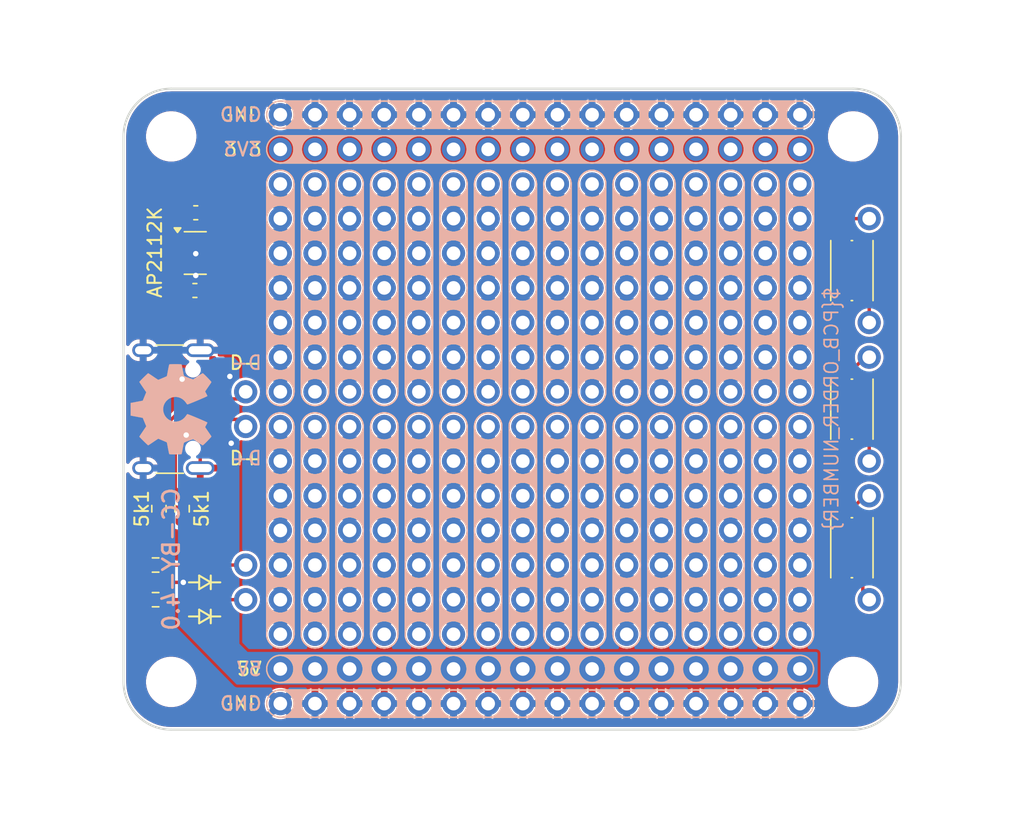
<source format=kicad_pcb>
(kicad_pcb (version 20240108) (generator "pcbnew") (generator_version "8.0")
  (layers (0 "F.Cu" signal) (31 "B.Cu" signal) (34 "B.Paste" user) (35 "F.Paste" user) (36 "B.SilkS" user "B.Silkscreen") (37 "F.SilkS" user "F.Silkscreen") (38 "B.Mask" user) (39 "F.Mask" user) (44 "Edge.Cuts" user))
  (net 0 "")
  (net 1 "GND")
  (net 2 "VCC")
  (net 3 "D+")
  (net 5 "D-")
  (net 6 "Net-(J1-CC2)")
  (net 7 "Net-(J1-CC1)")
  (net 9 "Net-(J6-Pin_1)")
  (net 10 "Net-(J7-Pin_1)")
  (net 11 "3V3")
  (net 12 "Net-(J8-Pin_1)")
  (net 13 "Net-(J9-Pin_1)")
  (net 14 "Net-(J10-Pin_1)")
  (net 15 "Net-(J11-Pin_1)")
  (net 16 "Net-(J12-Pin_1)")
  (net 17 "Net-(J13-Pin_1)")
  (net 18 "Net-(J14-Pin_1)")
  (net 19 "Net-(J15-Pin_1)")
  (net 20 "Net-(J16-Pin_1)")
  (net 21 "Net-(J17-Pin_1)")
  (net 22 "Net-(J18-Pin_1)")
  (net 23 "Net-(J19-Pin_1)")
  (net 24 "Net-(J20-Pin_1)")
  (net 25 "Net-(J21-Pin_1)")
  (net 26 "Net-(J22-Pin_1)")
  (net 27 "Net-(J23-Pin_1)")
  (net 28 "Net-(J24-Pin_1)")
  (net 29 "Net-(J25-Pin_1)")
  (net 30 "Net-(J26-Pin_1)")
  (net 31 "Net-(J27-Pin_1)")
  (net 32 "Net-(J28-Pin_1)")
  (net 33 "Net-(J29-Pin_1)")
  (net 34 "Net-(J30-Pin_1)")
  (net 35 "Net-(J31-Pin_1)")
  (net 36 "Net-(J32-Pin_1)")
  (net 37 "Net-(J33-Pin_1)")
  (net 38 "Net-(J34-Pin_1)")
  (net 39 "Net-(J35-Pin_1)")
  (net 40 "Net-(J36-Pin_1)")
  (net 41 "Net-(J37-Pin_1)")
  (net 43 "Net-(D1-K)")
  (net 44 "Net-(D1-A)")
  (net 45 "Net-(D2-A)")
  (net 46 "sw1_b")
  (net 47 "sw1_a")
  (net 48 "sw2_a")
  (net 49 "sw2_b")
  (net 50 "sw3_a")
  (net 51 "sw3_b")
  (net 52 "Net-(D2-K)")
  (footprint "MountingHole:MountingHole_3.2mm_M3_DIN965" (layer "F.Cu") (at -8 20)
    (property "Reference" "REF**" (hide yes))
    (property "Value" "MountingHole_3.2mm_M3_DIN965")
  )
  (footprint "MountingHole:MountingHole_3.2mm_M3_DIN965" (layer "F.Cu") (at -8 -20)
    (property "Reference" "REF**" (hide yes))
    (property "Value" "MountingHole_3.2mm_M3_DIN965")
  )
  (footprint "Library:PinHeader_1x07_P2.54mm_Vertical" (layer "F.Cu") (at 7.62 -16.51)
    (property "Reference" "J9" (hide yes))
    (property "Value" "Conn_01x07_Pin" (hide yes))
  )
  (footprint "MountingHole:MountingHole_3.2mm_M3_DIN965" (layer "F.Cu") (at 42 20)
    (property "Reference" "REF**" (hide yes))
    (property "Value" "MountingHole_3.2mm_M3_DIN965")
  )
  (footprint "Library:USB_C_Receptacle_HRO_TYPE-C-31-M-12" (layer "F.Cu") (at -9.005 0 -90)
    (property "Reference" "J1" (hide yes))
    (property "Value" "USB_C_Receptacle_USB2.0")
  )
  (footprint "Library:PinHeader_1x07_P2.54mm_Vertical" (layer "F.Cu") (at 33.02 -16.51)
    (property "Reference" "J19" (hide yes))
    (property "Value" "Conn_01x07_Pin" (hide yes))
  )
  (footprint "Library:PinHeader_1x07_P2.54mm_Vertical" (layer "F.Cu") (at 7.62 1.27)
    (property "Reference" "J25" (hide yes))
    (property "Value" "Conn_01x07_Pin" (hide yes))
  )
  (footprint "Library:PinHeader_1x07_P2.54mm_Vertical" (layer "F.Cu") (at 22.86 -16.51)
    (property "Reference" "J15" (hide yes))
    (property "Value" "Conn_01x07_Pin" (hide yes))
  )
  (footprint "Library:PinHeader_1x16_P2.54mm_Vertical" (layer "F.Cu") (at 0 -21.59 90)
    (property "Reference" "J4" (hide yes))
    (property "Value" "Conn_01x16_Pin")
  )
  (footprint "Library:PinHeader_1x07_P2.54mm_Vertical" (layer "F.Cu") (at 12.7 -16.51)
    (property "Reference" "J11" (hide yes))
    (property "Value" "Conn_01x07_Pin" (hide yes))
  )
  (footprint "Library:PinSocket_1x01_P2.54mm_Vertical" (layer "F.Cu") (at -2.54 11.43)
    (property "Reference" "J46" (hide yes))
    (property "Value" "Conn_01x01_Pin")
  )
  (footprint "Library:LED_0603_1608Metric_Pad1.05x0.95mm_HandSolder" (layer "F.Cu") (at -5.588 13.97 180)
    (property "Reference" "D1" (hide yes))
    (property "Value" "LED")
  )
  (footprint "Library:PinHeader_1x07_P2.54mm_Vertical" (layer "F.Cu") (at 35.56 1.27)
    (property "Reference" "J36" (hide yes))
    (property "Value" "Conn_01x07_Pin" (hide yes))
  )
  (footprint "Capacitor_SMD:C_0603_1608Metric" (layer "F.Cu") (at -6.2 -14.4 180)
    (property "Reference" "C2" (hide yes))
    (property "Value" "1uF")
  )
  (footprint "Library:PinHeader_1x07_P2.54mm_Vertical" (layer "F.Cu") (at 12.7 1.27)
    (property "Reference" "J27" (hide yes))
    (property "Value" "Conn_01x07_Pin" (hide yes))
  )
  (footprint "Library:PinHeader_1x16_P2.54mm_Vertical" (layer "F.Cu") (at 0 -19.05 90)
    (property "Reference" "J5" (hide yes))
    (property "Value" "Conn_01x16_Pin")
  )
  (footprint "Library:PinSocket_1x01_P2.54mm_Vertical" (layer "F.Cu") (at 43.18 13.97)
    (property "Reference" "J45" (hide yes))
    (property "Value" "Conn_01x01_Pin")
  )
  (footprint "Capacitor_SMD:C_0603_1608Metric" (layer "F.Cu") (at -6.2625 -8.7)
    (property "Reference" "C1" (hide yes))
    (property "Value" "1uF")
  )
  (footprint "Library:PinHeader_1x07_P2.54mm_Vertical" (layer "F.Cu") (at 2.54 1.27)
    (property "Reference" "J23" (hide yes))
    (property "Value" "Conn_01x07_Pin" (hide yes))
  )
  (footprint "Library:PinHeader_1x07_P2.54mm_Vertical" (layer "F.Cu") (at 35.56 -16.51)
    (property "Reference" "J20" (hide yes))
    (property "Value" "Conn_01x07_Pin" (hide yes))
  )
  (footprint "Library:PinHeader_1x07_P2.54mm_Vertical" (layer "F.Cu") (at 38.1 1.27)
    (property "Reference" "J37" (hide yes))
    (property "Value" "Conn_01x07_Pin" (hide yes))
  )
  (footprint "Library:PinHeader_1x07_P2.54mm_Vertical" (layer "F.Cu") (at 0 1.27)
    (property "Reference" "J22" (hide yes))
    (property "Value" "Conn_01x07_Pin" (hide yes))
  )
  (footprint "Library:PinSocket_1x01_P2.54mm_Vertical" (layer "F.Cu") (at 43.18 -3.81)
    (property "Reference" "J42" (hide yes))
    (property "Value" "Conn_01x01_Pin")
  )
  (footprint "Library:PinHeader_1x07_P2.54mm_Vertical" (layer "F.Cu") (at 5.08 1.27)
    (property "Reference" "J24" (hide yes))
    (property "Value" "Conn_01x07_Pin" (hide yes))
  )
  (footprint "Button_Switch_SMD:SW_Push_1P1T_NO_CK_KMR2" (layer "F.Cu") (at 41.91 0 90)
    (property "Reference" "SW2" (hide yes))
    (property "Value" "SW_SPST")
  )
  (footprint "Library:PinHeader_1x16_P2.54mm_Vertical" (layer "F.Cu") (at 0 21.59 90)
    (property "Reference" "J2" (hide yes))
    (property "Value" "Conn_01x16_Pin")
  )
  (footprint "Library:PinHeader_1x07_P2.54mm_Vertical" (layer "F.Cu") (at 20.32 -16.51)
    (property "Reference" "J14" (hide yes))
    (property "Value" "Conn_01x07_Pin" (hide yes))
  )
  (footprint "Library:PinHeader_1x07_P2.54mm_Vertical" (layer "F.Cu") (at 10.16 1.27)
    (property "Reference" "J26" (hide yes))
    (property "Value" "Conn_01x07_Pin" (hide yes))
  )
  (footprint "Library:PinHeader_1x07_P2.54mm_Vertical" (layer "F.Cu") (at 25.4 -16.51)
    (property "Reference" "J16" (hide yes))
    (property "Value" "Conn_01x07_Pin" (hide yes))
  )
  (footprint "Package_TO_SOT_SMD:SOT-23-5" (layer "F.Cu") (at -6.2375 -11.45)
    (property "Reference" "U2" (hide yes))
    (property "Value" "AP2112K-3.3")
  )
  (footprint "Library:PinHeader_1x07_P2.54mm_Vertical" (layer "F.Cu") (at 30.48 1.27)
    (property "Reference" "J34" (hide yes))
    (property "Value" "Conn_01x07_Pin" (hide yes))
  )
  (footprint "Library:PinSocket_1x01_P2.54mm_Vertical" (layer "F.Cu") (at 43.18 -6.35)
    (property "Reference" "J40" (hide yes))
    (property "Value" "Conn_01x01_Pin")
  )
  (footprint "Library:PinHeader_1x07_P2.54mm_Vertical" (layer "F.Cu") (at 17.78 1.27)
    (property "Reference" "J29" (hide yes))
    (property "Value" "Conn_01x07_Pin" (hide yes))
  )
  (footprint "Library:PinHeader_1x07_P2.54mm_Vertical" (layer "F.Cu") (at 10.16 -16.51)
    (property "Reference" "J10" (hide yes))
    (property "Value" "Conn_01x07_Pin" (hide yes))
  )
  (footprint "Library:PinSocket_1x01_P2.54mm_Vertical" (layer "F.Cu") (at 43.18 3.81)
    (property "Reference" "J43" (hide yes))
    (property "Value" "Conn_01x01_Pin")
  )
  (footprint "Library:PinHeader_1x07_P2.54mm_Vertical" (layer "F.Cu") (at 15.24 -16.51)
    (property "Reference" "J12" (hide yes))
    (property "Value" "Conn_01x07_Pin" (hide yes))
  )
  (footprint "Library:PinSocket_1x01_P2.54mm_Vertical" (layer "F.Cu") (at 43.18 -13.97)
    (property "Reference" "J41" (hide yes))
    (property "Value" "Conn_01x01_Pin")
  )
  (footprint "Library:PinHeader_1x07_P2.54mm_Vertical" (layer "F.Cu") (at 38.1 -16.51)
    (property "Reference" "J21" (hide yes))
    (property "Value" "Conn_01x07_Pin" (hide yes))
  )
  (footprint "Library:PinHeader_1x02_P2.54mm_Vertical" (layer "F.Cu") (at -2.54 1.27 180)
    (property "Reference" "J38" (hide yes))
    (property "Value" "Conn_01x02_Pin" (hide yes))
  )
  (footprint "Library:PinHeader_1x07_P2.54mm_Vertical" (layer "F.Cu") (at 27.94 1.27)
    (property "Reference" "J33" (hide yes))
    (property "Value" "Conn_01x07_Pin" (hide yes))
  )
  (footprint "Library:PinHeader_1x07_P2.54mm_Vertical" (layer "F.Cu") (at 15.24 1.27)
    (property "Reference" "J28" (hide yes))
    (property "Value" "Conn_01x07_Pin" (hide yes))
  )
  (footprint "Library:PinHeader_1x07_P2.54mm_Vertical" (layer "F.Cu") (at 5.08 -16.51)
    (property "Reference" "J8" (hide yes))
    (property "Value" "Conn_01x07_Pin" (hide yes))
  )
  (footprint "Library:PinHeader_1x07_P2.54mm_Vertical" (layer "F.Cu") (at 0 -16.51)
    (property "Reference" "J6" (hide yes))
    (property "Value" "Conn_01x07_Pin" (hide yes))
  )
  (footprint "Library:PinHeader_1x07_P2.54mm_Vertical" (layer "F.Cu") (at 20.32 1.27)
    (property "Reference" "J30" (hide yes))
    (property "Value" "Conn_01x07_Pin" (hide yes))
  )
  (footprint "Library:PinHeader_1x07_P2.54mm_Vertical" (layer "F.Cu") (at 25.4 1.27)
    (property "Reference" "J32" (hide yes))
    (property "Value" "Conn_01x07_Pin" (hide yes))
  )
  (footprint "Library:PinHeader_1x07_P2.54mm_Vertical" (layer "F.Cu") (at 2.54 -16.51)
    (property "Reference" "J7" (hide yes))
    (property "Value" "Conn_01x07_Pin" (hide yes))
  )
  (footprint "Library:PinHeader_1x07_P2.54mm_Vertical" (layer "F.Cu") (at 30.48 -16.51)
    (property "Reference" "J18" (hide yes))
    (property "Value" "Conn_01x07_Pin" (hide yes))
  )
  (footprint "Library:PinHeader_1x07_P2.54mm_Vertical" (layer "F.Cu") (at 22.86 1.27)
    (property "Reference" "J31" (hide yes))
    (property "Value" "Conn_01x07_Pin" (hide yes))
  )
  (footprint "Library:PinHeader_1x07_P2.54mm_Vertical" (layer "F.Cu") (at 17.78 -16.51)
    (property "Reference" "J13" (hide yes))
    (property "Value" "Conn_01x07_Pin" (hide yes))
  )
  (footprint "Library:PinHeader_1x07_P2.54mm_Vertical" (layer "F.Cu") (at 33.02 1.27)
    (property "Reference" "J35" (hide yes))
    (property "Value" "Conn_01x07_Pin" (hide yes))
  )
  (footprint "MountingHole:MountingHole_3.2mm_M3_DIN965" (layer "F.Cu") (at 42 -20)
    (property "Reference" "REF**" (hide yes))
    (property "Value" "MountingHole_3.2mm_M3_DIN965")
  )
  (footprint "Library:LED_0603_1608Metric_Pad1.05x0.95mm_HandSolder" (layer "F.Cu") (at -5.588 11.43 180)
    (property "Reference" "D2" (hide yes))
    (property "Value" "LED")
  )
  (footprint "Resistor_SMD:R_0603_1608Metric" (layer "F.Cu") (at -9.144 13.97 180)
    (property "Reference" "R3" (hide yes))
    (property "Value" "5k1")
  )
  (footprint "Resistor_SMD:R_0603_1608Metric" (layer "F.Cu") (at -9.144 11.43 180)
    (property "Reference" "R4" (hide yes))
    (property "Value" "56k" (hide yes))
  )
  (footprint "Resistor_SMD:R_0603_1608Metric" (layer "F.Cu") (at -7.2 7.3 90)
    (property "Reference" "R2" (hide yes))
    (property "Value" "5k1")
  )
  (footprint "Library:PinSocket_1x01_P2.54mm_Vertical" (layer "F.Cu") (at -2.54 13.97)
    (property "Reference" "J39" (hide yes))
    (property "Value" "Conn_01x01_Pin")
  )
  (footprint "Button_Switch_SMD:SW_Push_1P1T_NO_CK_KMR2" (layer "F.Cu") (at 41.91 -10.16 90)
    (property "Reference" "SW1" (hide yes))
    (property "Value" "SW_SPST")
  )
  (footprint "Button_Switch_SMD:SW_Push_1P1T_NO_CK_KMR2" (layer "F.Cu") (at 41.91 10.16 90)
    (property "Reference" "SW3" (hide yes))
    (property "Value" "SW_SPST")
  )
  (footprint "Library:PinHeader_1x16_P2.54mm_Vertical" (layer "F.Cu") (at 0 19.05 90)
    (property "Reference" "J3" (hide yes))
    (property "Value" "Conn_01x16_Pin")
  )
  (footprint "Library:PinSocket_1x01_P2.54mm_Vertical" (layer "F.Cu") (at 43.18 6.35)
    (property "Reference" "J44" (hide yes))
    (property "Value" "Conn_01x01_Pin")
  )
  (footprint "Resistor_SMD:R_0603_1608Metric" (layer "F.Cu") (at -8.9 7.3 90)
    (property "Reference" "R1" (hide yes))
    (property "Value" "5k1")
  )
  (footprint "Library:PinHeader_1x07_P2.54mm_Vertical" (layer "F.Cu") (at 27.94 -16.51)
    (property "Reference" "J17" (hide yes))
    (property "Value" "Conn_01x07_Pin" (hide yes))
  )
  (footprint "Symbol:OSHW-Symbol_6.7x6mm_SilkScreen" (layer "B.Cu") (at -8 0 -90)
    (property "Reference" "REF**" (hide yes))
    (property "Value" "OSHW-Symbol_6.7x6mm_SilkScreen" (hide yes))
  )
  (gr_line (start -5.1 15.2) (end -4.4 15.2) (stroke (width 0.15)) (layer "F.SilkS"))
  (gr_line (start -5.1 14.7) (end -5.1 15.7) (stroke (width 0.15)) (layer "F.SilkS"))
  (gr_line (start -5.1 12.7) (end -4.4 12.7) (stroke (width 0.15)) (layer "F.SilkS"))
  (gr_line (start -5.95 14.7) (end -5.1 15.2) (stroke (width 0.15)) (layer "F.SilkS"))
  (gr_line (start -5.95 12.2) (end -5.1 12.7) (stroke (width 0.15)) (layer "F.SilkS"))
  (gr_line (start -5.95 15.7) (end -5.95 14.7) (stroke (width 0.15)) (layer "F.SilkS"))
  (gr_line (start -5.95 12.7) (end -6.7 12.7) (stroke (width 0.15)) (layer "F.SilkS"))
  (gr_line (start -5.1 15.2) (end -5.95 15.7) (stroke (width 0.15)) (layer "F.SilkS"))
  (gr_line (start -5.95 13.2) (end -5.95 12.2) (stroke (width 0.15)) (layer "F.SilkS"))
  (gr_line (start -5.1 12.2) (end -5.1 13.2) (stroke (width 0.15)) (layer "F.SilkS"))
  (gr_line (start -5.1 12.7) (end -5.95 13.2) (stroke (width 0.15)) (layer "F.SilkS"))
  (gr_line (start -5.95 15.2) (end -6.7 15.2) (stroke (width 0.15)) (layer "F.SilkS"))
  (gr_arc (start 42 -23.5) (mid 44.474874 -22.474874) (end 45.5 -20) (stroke (width 0.15)) (layer "Edge.Cuts"))
  (gr_arc (start -11.5 -20) (mid -10.474874 -22.474874) (end -8 -23.5) (stroke (width 0.15)) (layer "Edge.Cuts"))
  (gr_line (start 45.5 20) (end 45.5 -20) (stroke (width 0.15)) (layer "Edge.Cuts"))
  (gr_arc (start 45.5 20) (mid 44.474874 22.474874) (end 42 23.5) (stroke (width 0.15)) (layer "Edge.Cuts"))
  (gr_line (start -11.5 -20) (end -11.5 20) (stroke (width 0.15)) (layer "Edge.Cuts"))
  (gr_line (start -8 23.5) (end 42 23.5) (stroke (width 0.15)) (layer "Edge.Cuts"))
  (gr_arc (start -8 23.5) (mid -10.474874 22.474874) (end -11.5 20) (stroke (width 0.15)) (layer "Edge.Cuts"))
  (gr_line (start 42 -23.5) (end -8 -23.5) (stroke (width 0.15)) (layer "Edge.Cuts"))
  (gr_text "3V3" (at -1.27 -19.05 0) (layer "B.SilkS") (effects (font (size 1 1)) (justify left mirror)))
  (gr_text "D+" (at -1.27 3.6 -0) (layer "B.SilkS") (effects (font (size 1 1)) (justify left mirror)))
  (gr_text "5V" (at -1.27 19.05 0) (layer "B.SilkS") (effects (font (size 1 1)) (justify left mirror)))
  (gr_text "${PCB_ORDER_NUMBER}" (at 41 0 90) (layer "B.SilkS") (effects (font (size 1 1) (thickness 0.125)) (justify bottom mirror)))
  (gr_text "GND" (at -1.27 -21.59 0) (layer "B.SilkS") (effects (font (size 1 1)) (justify left mirror)))
  (gr_text "D-" (at -1.27 -3.4 -0) (layer "B.SilkS") (effects (font (size 1 1)) (justify left mirror)))
  (gr_text "CC-BY-4.0" (at -8 11 90) (layer "B.SilkS") (effects (font (size 1.2 1.2) (thickness 0.2) (bold yes)) (justify mirror)))
  (gr_text "GND" (at -1.27 21.59 0) (layer "B.SilkS") (effects (font (size 1 1)) (justify left mirror)))
  (gr_text "D-" (at -3.81 -3.4 0) (layer "F.SilkS") (effects (font (size 1 1)) (justify left)))
  (gr_text "GND" (at -1.27 21.59 0) (layer "F.SilkS") (effects (font (size 1 1)) (justify right)))
  (gr_text "D+" (at -3.81 3.6 0) (layer "F.SilkS") (effects (font (size 1 1)) (justify left)))
  (gr_text "5V" (at -1.27 19.05 0) (layer "F.SilkS") (effects (font (size 1 1)) (justify right)))
  (gr_text "GND" (at -1.27 -21.59 0) (layer "F.SilkS") (effects (font (size 1 1)) (justify right)))
  (gr_text "3V3" (at -1.27 -19.05 0) (layer "F.SilkS") (effects (font (size 1 1)) (justify right)))
  (gr_text "AP2112K" (at -9.2 -11.5 90) (layer "F.SilkS") (effects (font (size 1 1))))
  (segment (start -7.375 -11.45) (end -6.25 -11.45) (width 0.25) (layer "F.Cu") (net 1))
  (segment (start -4.96 3.25) (end -5.65 3.25) (width 0.25) (layer "F.Cu") (net 1))
  (segment (start -5.65 3.25) (end -5.9 3.5) (width 0.25) (layer "F.Cu") (net 1))
  (segment (start -6.25 -11.45) (end -6.2 -11.4) (width 0.25) (layer "F.Cu") (net 1))
  (segment (start -5.9 3.5) (end -5.875 3.525) (width 0.25) (layer "F.Cu") (net 1))
  (segment (start -5.875 3.525) (end -5.875 4.32) (width 0.25) (layer "F.Cu") (net 1))
  (via (at -6.2 -11.4) (size 0.8) (drill 0.4) (layers "F.Cu" "B.Cu") (net 1))
  (via (at -6.2 -9.8) (size 0.8) (drill 0.4) (layers "F.Cu" "B.Cu") (net 1))
  (segment (start -3.6 2.5) (end -4.91 2.5) (width 0.5) (layer "F.Cu") (net 2))
  (segment (start -6.336396 1.9) (end -5.786396 2.45) (width 0.25) (layer "F.Cu") (net 2))
  (segment (start -9.969 11.43) (end -8.699 12.7) (width 0.25) (layer "F.Cu") (net 2))
  (segment (start -5.786396 2.45) (end -4.96 2.45) (width 0.25) (layer "F.Cu") (net 2))
  (segment (start -3.75 -2.45) (end -4.96 -2.45) (width 0.25) (layer "F.Cu") (net 2))
  (segment (start -3.7 -2.4) (end -3.75 -2.45) (width 0.25) (layer "F.Cu") (net 2))
  (segment (start -8.699 12.7) (end -7.112 12.7) (width 0.25) (layer "F.Cu") (net 2))
  (segment (start -4.91 2.5) (end -4.96 2.45) (width 0.5) (layer "F.Cu") (net 2))
  (segment (start -6.9 1.9) (end -6.336396 1.9) (width 0.25) (layer "F.Cu") (net 2))
  (segment (start -9.969 13.97) (end -8.699 12.7) (width 0.25) (layer "F.Cu") (net 2))
  (via (at -7.2 -2.2) (size 0.8) (drill 0.4) (layers "F.Cu" "B.Cu") (net 2))
  (via (at -7.112 12.7) (size 0.8) (drill 0.4) (layers "F.Cu" "B.Cu") (net 2))
  (via (at -3.7 -2.4) (size 0.8) (drill 0.4) (layers "F.Cu" "B.Cu") (net 2))
  (via (at -3.6 2.5) (size 0.8) (drill 0.4) (layers "F.Cu" "B.Cu") (net 2))
  (via (at -6.9 1.9) (size 0.8) (drill 0.4) (layers "F.Cu" "B.Cu") (net 2))
  (segment (start -5.985 0.75) (end -4.96 0.75) (width 0.25) (layer "F.Cu") (net 3))
  (segment (start -5.985 -0.25) (end -6.16 -0.075) (width 0.25) (layer "F.Cu") (net 3))
  (segment (start -6.16 -0.075) (end -6.16 0.575) (width 0.25) (layer "F.Cu") (net 3))
  (segment (start -6.16 0.575) (end -5.985 0.75) (width 0.25) (layer "F.Cu") (net 3))
  (segment (start -3.06 0.75) (end -4.96 0.75) (width 0.25) (layer "F.Cu") (net 3))
  (segment (start -2.54 1.27) (end -3.06 0.75) (width 0.25) (layer "F.Cu") (net 3))
  (segment (start -4.96 -0.25) (end -5.985 -0.25) (width 0.25) (layer "F.Cu") (net 3))
  (segment (start -3.76 -0.75) (end -4.96 -0.75) (width 0.25) (layer "F.Cu") (net 5))
  (segment (start -3.06 -0.75) (end -2.54 -1.27) (width 0.25) (layer "F.Cu") (net 5))
  (segment (start -4.96 0.25) (end -3.935 0.25) (width 0.25) (layer "F.Cu") (net 5))
  (segment (start -3.935 0.25) (end -3.76 0.075) (width 0.25) (layer "F.Cu") (net 5))
  (segment (start -3.76 -0.75) (end -3.06 -0.75) (width 0.25) (layer "F.Cu") (net 5))
  (segment (start -3.76 0.075) (end -3.76 -0.75) (width 0.25) (layer "F.Cu") (net 5))
  (segment (start -5.85 1.75) (end -6.6 1) (width 0.25) (layer "F.Cu") (net 6))
  (segment (start -7.7 1.5) (end -7.7 5.8) (width 0.25) (layer "F.Cu") (net 6))
  (segment (start -6.6 1) (end -7.2 1) (width 0.25) (layer "F.Cu") (net 6))
  (segment (start -7.7 5.8) (end -7.25 6.25) (width 0.25) (layer "F.Cu") (net 6))
  (segment (start -7.2 1) (end -7.7 1.5) (width 0.25) (layer "F.Cu") (net 6))
  (segment (start -4.96 1.75) (end -5.85 1.75) (width 0.25) (layer "F.Cu") (net 6))
  (segment (start -8.3 5.69) (end -8.3 1.065) (width 0.25) (layer "F.Cu") (net 7))
  (segment (start -5.985 -1.25) (end -4.96 -1.25) (width 0.25) (layer "F.Cu") (net 7))
  (segment (start -8.3 1.065) (end -5.985 -1.25) (width 0.25) (layer "F.Cu") (net 7))
  (segment (start -8.93 6.32) (end -8.3 5.69) (width 0.25) (layer "F.Cu") (net 7))
  (segment (start 0 -16.51) (end 0 -1.27) (width 1) (layer "F.Cu") (net 9))
  (segment (start 0 -1.27) (end 0 -13.97) (width 1) (layer "B.Cu") (net 9))
  (segment (start 0 -13.97) (end 0 -16.51) (width 1) (layer "B.Cu") (net 9))
  (segment (start 2.54 -16.51) (end 2.54 -1.27) (width 1) (layer "F.Cu") (net 10))
  (segment (start 2.54 -13.97) (end 2.54 -1.27) (width 1) (layer "B.Cu") (net 10))
  (segment (start 2.54 -16.51) (end 2.54 -13.97) (width 1) (layer "B.Cu") (net 10))
  (segment (start 5.08 -16.51) (end 5.08 -1.27) (width 1) (layer "F.Cu") (net 12))
  (segment (start 5.08 -16.51) (end 5.08 -13.97) (width 1) (layer "B.Cu") (net 12))
  (segment (start 5.08 -1.27) (end 5.08 -13.97) (width 1) (layer "B.Cu") (net 12))
  (segment (start 7.62 -16.51) (end 7.62 -1.27) (width 1) (layer "F.Cu") (net 13))
  (segment (start 7.62 -16.51) (end 7.62 -13.97) (width 1) (layer "B.Cu") (net 13))
  (segment (start 7.62 -13.97) (end 7.62 -1.27) (width 1) (layer "B.Cu") (net 13))
  (segment (start 10.16 -16.51) (end 10.16 -1.27) (width 1) (layer "F.Cu") (net 14))
  (segment (start 10.16 -13.97) (end 10.16 -1.27) (width 1) (layer "B.Cu") (net 14))
  (segment (start 10.16 -16.51) (end 10.16 -13.97) (width 1) (layer "B.Cu") (net 14))
  (segment (start 12.7 -16.51) (end 12.7 -1.27) (width 1) (layer "F.Cu") (net 15))
  (segment (start 12.7 -1.27) (end 12.7 -13.97) (width 1) (layer "B.Cu") (net 15))
  (segment (start 12.7 -13.97) (end 12.7 -16.51) (width 1) (layer "B.Cu") (net 15))
  (segment (start 15.24 -16.51) (end 15.24 -1.27) (width 1) (layer "F.Cu") (net 16))
  (segment (start 15.24 -16.51) (end 15.24 -13.97) (width 1) (layer "B.Cu") (net 16))
  (segment (start 15.24 -13.97) (end 15.24 -1.27) (width 1) (layer "B.Cu") (net 16))
  (segment (start 17.78 -16.51) (end 17.78 -1.27) (width 1) (layer "F.Cu") (net 17))
  (segment (start 17.78 -1.27) (end 17.78 -13.97) (width 1) (layer "B.Cu") (net 17))
  (segment (start 17.78 -13.97) (end 17.78 -16.51) (width 1) (layer "B.Cu") (net 17))
  (segment (start 20.32 -16.51) (end 20.32 -1.27) (width 1) (layer "F.Cu") (net 18))
  (segment (start 20.32 -16.51) (end 20.32 -13.97) (width 1) (layer "B.Cu") (net 18))
  (segment (start 20.32 -13.97) (end 20.32 -1.27) (width 1) (layer "B.Cu") (net 18))
  (segment (start 22.86 -16.51) (end 22.86 -1.27) (width 1) (layer "F.Cu") (net 19))
  (segment (start 22.86 -13.97) (end 22.86 -16.51) (width 1) (layer "B.Cu") (net 19))
  (segment (start 22.86 -1.27) (end 22.86 -13.97) (width 1) (layer "B.Cu") (net 19))
  (segment (start 25.4 -16.51) (end 25.4 -1.27) (width 1) (layer "F.Cu") (net 20))
  (segment (start 25.4 -13.97) (end 25.4 -1.27) (width 1) (layer "B.Cu") (net 20))
  (segment (start 25.4 -16.51) (end 25.4 -13.97) (width 1) (layer "B.Cu") (net 20))
  (segment (start 27.94 -16.51) (end 27.94 -1.27) (width 1) (layer "F.Cu") (net 21))
  (segment (start 27.94 -13.97) (end 27.94 -16.51) (width 1) (layer "B.Cu") (net 21))
  (segment (start 27.94 -1.27) (end 27.94 -13.97) (width 1) (layer "B.Cu") (net 21))
  (segment (start 30.48 -16.51) (end 30.48 -1.27) (width 1) (layer "F.Cu") (net 22))
  (segment (start 30.48 -16.51) (end 30.48 -13.97) (width 1) (layer "B.Cu") (net 22))
  (segment (start 30.48 -13.97) (end 30.48 -1.27) (width 1) (layer "B.Cu") (net 22))
  (segment (start 33.02 -16.51) (end 33.02 -1.27) (width 1) (layer "F.Cu") (net 23))
  (segment (start 33.02 -1.27) (end 33.02 -13.97) (width 1) (layer "B.Cu") (net 23))
  (segment (start 33.02 -13.97) (end 33.02 -16.51) (width 1) (layer "B.Cu") (net 23))
  (segment (start 35.56 -16.51) (end 35.56 -1.27) (width 1) (layer "F.Cu") (net 24))
  (segment (start 35.56 -16.51) (end 35.56 -13.97) (width 1) (layer "B.Cu") (net 24))
  (segment (start 35.56 -13.97) (end 35.56 -1.27) (width 1) (layer "B.Cu") (net 24))
  (segment (start 38.1 -16.51) (end 38.1 -1.27) (width 1) (layer "F.Cu") (net 25))
  (segment (start 38.1 -1.27) (end 38.1 -13.97) (width 1) (layer "B.Cu") (net 25))
  (segment (start 38.1 -13.97) (end 38.1 -16.51) (width 1) (layer "B.Cu") (net 25))
  (segment (start 0 1.27) (end 0 16.51) (width 1) (layer "F.Cu") (net 26))
  (segment (start 0 1.27) (end 0 3.81) (width 1) (layer "B.Cu") (net 26))
  (segment (start 0 3.81) (end 0 16.51) (width 1) (layer "B.Cu") (net 26))
  (segment (start 2.54 1.27) (end 2.54 16.51) (width 1) (layer "F.Cu") (net 27))
  (segment (start 2.54 13.97) (end 2.54 1.27) (width 1) (layer "B.Cu") (net 27))
  (segment (start 2.54 16.51) (end 2.54 13.97) (width 1) (layer "B.Cu") (net 27))
  (segment (start 5.08 1.27) (end 5.08 16.51) (width 1) (layer "F.Cu") (net 28))
  (segment (start 5.08 1.27) (end 5.08 3.81) (width 1) (layer "B.Cu") (net 28))
  (segment (start 5.08 3.81) (end 5.08 16.51) (width 1) (layer "B.Cu") (net 28))
  (segment (start 7.62 1.27) (end 7.62 16.51) (width 1) (layer "F.Cu") (net 29))
  (segment (start 7.62 1.27) (end 7.62 3.81) (width 1) (layer "B.Cu") (net 29))
  (segment (start 7.62 16.51) (end 7.62 3.81) (width 1) (layer "B.Cu") (net 29))
  (segment (start 10.16 1.27) (end 10.16 16.51) (width 1) (layer "F.Cu") (net 30))
  (segment (start 10.16 3.81) (end 10.16 16.51) (width 1) (layer "B.Cu") (net 30))
  (segment (start 10.16 1.27) (end 10.16 3.81) (width 1) (layer "B.Cu") (net 30))
  (segment (start 12.7 1.27) (end 12.7 16.51) (width 1) (layer "F.Cu") (net 31))
  (segment (start 12.7 3.81) (end 12.7 1.27) (width 1) (layer "B.Cu") (net 31))
  (segment (start 12.7 16.51) (end 12.7 3.81) (width 1) (layer "B.Cu") (net 31))
  (segment (start 15.24 1.27) (end 15.24 16.51) (width 1) (layer "F.Cu") (net 32))
  (segment (start 15.24 1.27) (end 15.24 3.81) (width 1) (layer "B.Cu") (net 32))
  (segment (start 15.24 3.81) (end 15.24 16.51) (width 1) (layer "B.Cu") (net 32))
  (segment (start 17.78 1.27) (end 17.78 16.51) (width 1) (layer "F.Cu") (net 33))
  (segment (start 17.78 16.51) (end 17.78 3.81) (width 1) (layer "B.Cu") (net 33))
  (segment (start 17.78 3.81) (end 17.78 1.27) (width 1) (layer "B.Cu") (net 33))
  (segment (start 20.32 1.27) (end 20.32 16.51) (width 1) (layer "F.Cu") (net 34))
  (segment (start 20.32 3.81) (end 20.32 16.51) (width 1) (layer "B.Cu") (net 34))
  (segment (start 20.32 1.27) (end 20.32 3.81) (width 1) (layer "B.Cu") (net 34))
  (segment (start 22.86 1.27) (end 22.86 16.51) (width 1) (layer "F.Cu") (net 35))
  (segment (start 22.86 3.81) (end 22.86 1.27) (width 1) (layer "B.Cu") (net 35))
  (segment (start 22.86 16.51) (end 22.86 3.81) (width 1) (layer "B.Cu") (net 35))
  (segment (start 25.4 1.27) (end 25.4 16.51) (width 1) (layer "F.Cu") (net 36))
  (segment (start 25.4 1.27) (end 25.4 3.81) (width 1) (layer "B.Cu") (net 36))
  (segment (start 25.4 3.81) (end 25.4 16.51) (width 1) (layer "B.Cu") (net 36))
  (segment (start 27.94 1.27) (end 27.94 16.51) (width 1) (layer "F.Cu") (net 37))
  (segment (start 27.94 3.81) (end 27.94 1.27) (width 1) (layer "B.Cu") (net 37))
  (segment (start 27.94 16.51) (end 27.94 3.81) (width 1) (layer "B.Cu") (net 37))
  (segment (start 30.48 1.27) (end 30.48 16.51) (width 1) (layer "F.Cu") (net 38))
  (segment (start 30.48 1.27) (end 30.48 3.81) (width 1) (layer "B.Cu") (net 38))
  (segment (start 30.48 3.81) (end 30.48 16.51) (width 1) (layer "B.Cu") (net 38))
  (segment (start 33.02 1.27) (end 33.02 16.51) (width 1) (layer "F.Cu") (net 39))
  (segment (start 33.02 3.81) (end 33.02 1.27) (width 1) (layer "B.Cu") (net 39))
  (segment (start 33.02 16.51) (end 33.02 3.81) (width 1) (layer "B.Cu") (net 39))
  (segment (start 35.56 1.27) (end 35.56 16.51) (width 1) (layer "F.Cu") (net 40))
  (segment (start 35.56 1.27) (end 35.56 3.81) (width 1) (layer "B.Cu") (net 40))
  (segment (start 35.56 3.81) (end 35.56 16.51) (width 1) (layer "B.Cu") (net 40))
  (segment (start 38.1 1.27) (end 38.1 16.51) (width 1) (layer "F.Cu") (net 41))
  (segment (start 38.1 16.51) (end 38.1 3.81) (width 1) (layer "B.Cu") (net 41))
  (segment (start 38.1 3.81) (end 38.1 1.27) (width 1) (layer "B.Cu") (net 41))
  (segment (start -4.713001 13.97) (end -2.54 13.97) (width 0.25) (layer "F.Cu") (net 43))
  (segment (start -8.2315 13.97) (end -6.462999 13.97) (width 0.25) (layer "F.Cu") (net 44))
  (segment (start -8.319 11.43) (end -6.462999 11.43) (width 0.25) (layer "F.Cu") (net 45))
  (segment (start 43.18 -7.640001) (end 42.71 -8.110001) (width 0.25) (layer "F.Cu") (net 46))
  (segment (start 42.71 -12.209999) (end 42.71 -8.110001) (width 0.25) (layer "F.Cu") (net 46))
  (segment (start 43.18 -6.35) (end 43.18 -7.640001) (width 0.25) (layer "F.Cu") (net 46))
  (segment (start 41.11 -12.209999) (end 41.11 -13.17) (width 0.25) (layer "F.Cu") (net 47))
  (segment (start 41.11 -12.209999) (end 41.11 -8.110001) (width 0.25) (layer "F.Cu") (net 47))
  (segment (start 41.91 -13.97) (end 43.18 -13.97) (width 0.25) (layer "F.Cu") (net 47))
  (segment (start 41.11 -13.17) (end 41.91 -13.97) (width 0.25) (layer "F.Cu") (net 47))
  (segment (start 42.870001 -3.81) (end 43.18 -3.81) (width 0.25) (layer "F.Cu") (net 48))
  (segment (start 41.11 -2.049999) (end 42.870001 -3.81) (width 0.25) (layer "F.Cu") (net 48))
  (segment (start 41.11 -2.049999) (end 41.11 2.049999) (width 0.25) (layer "F.Cu") (net 48))
  (segment (start 43.18 3.81) (end 43.18 2.519999) (width 0.25) (layer "F.Cu") (net 49))
  (segment (start 42.71 2.049999) (end 42.71 -2.049999) (width 0.25) (layer "F.Cu") (net 49))
  (segment (start 43.18 2.519999) (end 42.71 2.049999) (width 0.25) (layer "F.Cu") (net 49))
  (segment (start 43.18 6.35) (end 42.870001 6.35) (width 0.25) (layer "F.Cu") (net 50))
  (segment (start 42.870001 6.35) (end 41.11 8.110001) (width 0.25) (layer "F.Cu") (net 50))
  (segment (start 41.11 8.110001) (end 41.11 12.209999) (width 0.25) (layer "F.Cu") (net 50))
  (segment (start 42.71 12.209999) (end 42.71 13.5) (width 0.25) (layer "F.Cu") (net 51))
  (segment (start 42.71 8.110001) (end 42.71 12.209999) (width 0.25) (layer "F.Cu") (net 51))
  (segment (start 42.71 13.5) (end 43.18 13.97) (width 0.25) (layer "F.Cu") (net 51))
  (segment (start -4.713001 11.43) (end -2.54 11.43) (width 0.25) (layer "F.Cu") (net 52))
  (zone (net 11) (net_name "3V3") (layer "F.Cu") (priority 2) (connect_pads yes (clearance 0.2)) (min_thickness 0.25) (fill yes (thermal_gap 0.5) (thermal_bridge_width 0.5))
    (polygon (pts (xy -1.3 -20.3) (xy 39.3 -20.3) (xy 39.3 -18) (xy -1 -18.1) (xy -4 -15.1) (xy -4 -12) (xy -4.1 -11.9) (xy -5.8 -11.9) (xy -6 -12.1) (xy -6 -15.6)))
  )
  (zone (net 2) (net_name "VCC") (layer "F.Cu") (priority 1) (connect_pads (clearance 0.2)) (min_thickness 0.25) (fill yes (thermal_gap 0.5) (thermal_bridge_width 0.5))
    (polygon (pts (xy -6.8 -10) (xy -6.5 -10.3) (xy -6.5 -10.8) (xy -6.7 -11) (xy -8.2 -11) (xy -8.4 -11.2) (xy -8.4 -11.9) (xy -8.2 -12.1) (xy -6.7 -12.1) (xy -6.6 -12.2) (xy -6.6 -12.6) (xy -6.8 -12.8) (xy -8.7 -12.8) (xy -9.2 -12.3) (xy -9.2 -5.7) (xy -8.7 -5.2) (xy -8.7 -2.7) (xy -8.1 -1.8) (xy -3.9 -1.8) (xy -3.3 -2.4) (xy -3.3 -2.7) (xy -3.5 -2.8) (xy -6 -2.8) (xy -7.2 -4) (xy -7.2 -5.2) (xy -6.3 -5.8) (xy -6.3 -9.1) (xy -6.8 -9.6)))
  )
  (zone (net 1) (net_name "GND") (layers "F&B.Cu") (connect_pads (clearance 0.2)) (min_thickness 0.25) (fill yes (thermal_gap 0.3) (thermal_bridge_width 0.5))
    (polygon (pts (xy -15.08 -30) (xy 49.92 -30) (xy 49.92 30) (xy -15.08 30)))
  )
  (zone (net 2) (net_name "VCC") (layer "B.Cu") (priority 3) (connect_pads yes (clearance 0.2)) (min_thickness 0.25) (fill yes (thermal_gap 0.5) (thermal_bridge_width 0.5))
    (polygon (pts (xy -7.8 -2.4) (xy -6.4 -3.8) (xy -3.4 -3.8) (xy -3 -3.4) (xy -3 17.2) (xy -2.4 17.8) (xy 39 17.8) (xy 39.4 17.8) (xy 39.4 20.2) (xy 39 20.2) (xy -3.2 20.2) (xy -7.503993 15.804875) (xy -7.508167 2.691833) (xy -7.8 2.4)))
  )
)
</source>
